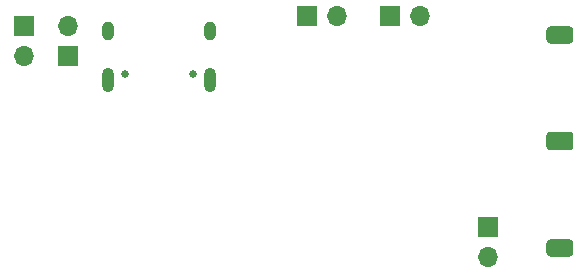
<source format=gbs>
G04 #@! TF.GenerationSoftware,KiCad,Pcbnew,9.0.0*
G04 #@! TF.CreationDate,2025-03-11T16:46:41+02:00*
G04 #@! TF.ProjectId,Plant-health-meter,506c616e-742d-4686-9561-6c74682d6d65,rev?*
G04 #@! TF.SameCoordinates,Original*
G04 #@! TF.FileFunction,Soldermask,Bot*
G04 #@! TF.FilePolarity,Negative*
%FSLAX46Y46*%
G04 Gerber Fmt 4.6, Leading zero omitted, Abs format (unit mm)*
G04 Created by KiCad (PCBNEW 9.0.0) date 2025-03-11 16:46:41*
%MOMM*%
%LPD*%
G01*
G04 APERTURE LIST*
G04 Aperture macros list*
%AMRoundRect*
0 Rectangle with rounded corners*
0 $1 Rounding radius*
0 $2 $3 $4 $5 $6 $7 $8 $9 X,Y pos of 4 corners*
0 Add a 4 corners polygon primitive as box body*
4,1,4,$2,$3,$4,$5,$6,$7,$8,$9,$2,$3,0*
0 Add four circle primitives for the rounded corners*
1,1,$1+$1,$2,$3*
1,1,$1+$1,$4,$5*
1,1,$1+$1,$6,$7*
1,1,$1+$1,$8,$9*
0 Add four rect primitives between the rounded corners*
20,1,$1+$1,$2,$3,$4,$5,0*
20,1,$1+$1,$4,$5,$6,$7,0*
20,1,$1+$1,$6,$7,$8,$9,0*
20,1,$1+$1,$8,$9,$2,$3,0*%
G04 Aperture macros list end*
%ADD10R,1.700000X1.700000*%
%ADD11O,1.700000X1.700000*%
%ADD12O,1.000000X2.100000*%
%ADD13O,1.000000X1.600000*%
%ADD14C,0.650000*%
%ADD15RoundRect,0.250000X0.893000X0.512000X-0.893000X0.512000X-0.893000X-0.512000X0.893000X-0.512000X0*%
%ADD16RoundRect,0.381000X0.762000X0.381000X-0.762000X0.381000X-0.762000X-0.381000X0.762000X-0.381000X0*%
G04 APERTURE END LIST*
D10*
G04 #@! TO.C,J6*
X109400000Y-100200000D03*
D11*
X109400000Y-102740000D03*
G04 #@! TD*
D12*
G04 #@! TO.C,J5*
X125120000Y-104830000D03*
D13*
X125120000Y-100650000D03*
D12*
X116480000Y-104830000D03*
D13*
X116480000Y-100650000D03*
D14*
X123690000Y-104300000D03*
X117910000Y-104300000D03*
G04 #@! TD*
D10*
G04 #@! TO.C,J1*
X113090175Y-102775000D03*
D11*
X113090175Y-100235000D03*
G04 #@! TD*
D10*
G04 #@! TO.C,J2*
X148650000Y-117275000D03*
D11*
X148650000Y-119815000D03*
G04 #@! TD*
D15*
G04 #@! TO.C,S1*
X154750000Y-110000000D03*
D16*
X154750000Y-119000000D03*
X154750000Y-101000000D03*
G04 #@! TD*
D10*
G04 #@! TO.C,J3*
X140400000Y-99400000D03*
D11*
X142940000Y-99400000D03*
G04 #@! TD*
D10*
G04 #@! TO.C,J4*
X133325000Y-99400000D03*
D11*
X135865000Y-99400000D03*
G04 #@! TD*
M02*

</source>
